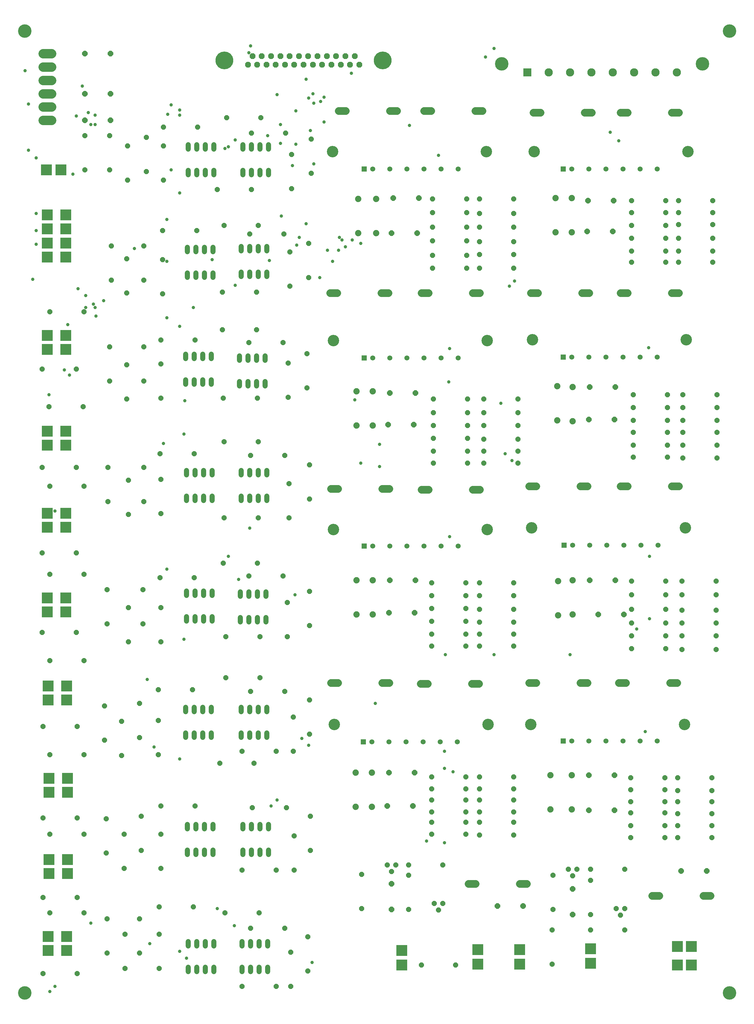
<source format=gbs>
G75*
%MOIN*%
%OFA0B0*%
%FSLAX25Y25*%
%IPPOS*%
%LPD*%
%AMOC8*
5,1,8,0,0,1.08239X$1,22.5*
%
%ADD10C,0.15750*%
%ADD11OC8,0.06400*%
%ADD12OC8,0.06000*%
%ADD13R,0.12611X0.12611*%
%ADD14C,0.06000*%
%ADD15OC8,0.06800*%
%ADD16C,0.20800*%
%ADD17C,0.10839*%
%ADD18R,0.09658X0.09658*%
%ADD19C,0.09658*%
%ADD20C,0.15800*%
%ADD21C,0.09050*%
%ADD22R,0.05950X0.05950*%
%ADD23C,0.05950*%
%ADD24C,0.07400*%
%ADD25C,0.13398*%
%ADD26C,0.03900*%
%ADD27R,0.04762X0.04762*%
D10*
X0030450Y0023450D03*
X0855450Y0023450D03*
X0855450Y1148450D03*
X0030450Y1148450D03*
D11*
X0100950Y1121950D03*
X0130950Y1121950D03*
X0130950Y1074950D03*
X0130950Y1043950D03*
X0100950Y1043950D03*
X0100950Y1074950D03*
X0461950Y0952950D03*
X0491950Y0952950D03*
X0489950Y0911950D03*
X0459950Y0911950D03*
X0457950Y0724950D03*
X0487950Y0724950D03*
X0485950Y0687950D03*
X0455950Y0687950D03*
X0457950Y0505950D03*
X0487950Y0505950D03*
X0486950Y0467950D03*
X0456950Y0467950D03*
X0456950Y0280950D03*
X0486950Y0280950D03*
X0484950Y0241950D03*
X0454950Y0241950D03*
X0459950Y0150950D03*
X0459950Y0120950D03*
X0583950Y0124950D03*
X0613950Y0124950D03*
X0671950Y0114950D03*
X0671950Y0144950D03*
X0690950Y0236950D03*
X0720950Y0236950D03*
X0720950Y0277950D03*
X0690950Y0277950D03*
X0798950Y0165950D03*
X0828950Y0165950D03*
X0731950Y0465950D03*
X0701950Y0465950D03*
X0691950Y0505950D03*
X0721950Y0505950D03*
X0720950Y0693950D03*
X0690950Y0693950D03*
X0691950Y0731950D03*
X0721950Y0731950D03*
X0718950Y0913950D03*
X0688950Y0913950D03*
X0689950Y0949950D03*
X0719950Y0949950D03*
D12*
X0740950Y0949950D03*
X0740950Y0935950D03*
X0740950Y0920950D03*
X0740950Y0905950D03*
X0740950Y0890950D03*
X0740950Y0877950D03*
X0780950Y0877950D03*
X0780950Y0890950D03*
X0780950Y0905950D03*
X0780950Y0920950D03*
X0780950Y0935950D03*
X0780950Y0949950D03*
X0795950Y0949950D03*
X0795950Y0935950D03*
X0795950Y0921950D03*
X0795950Y0905950D03*
X0795950Y0890950D03*
X0795950Y0877950D03*
X0835950Y0877950D03*
X0835950Y0890950D03*
X0835950Y0905950D03*
X0835950Y0921950D03*
X0835950Y0935950D03*
X0835950Y0949950D03*
X0840950Y0722950D03*
X0840950Y0707950D03*
X0840950Y0692950D03*
X0840950Y0678950D03*
X0840950Y0663950D03*
X0840950Y0648950D03*
X0800950Y0648950D03*
X0800950Y0663950D03*
X0800950Y0678950D03*
X0800950Y0692950D03*
X0800950Y0707950D03*
X0800950Y0722950D03*
X0782950Y0722950D03*
X0782950Y0707950D03*
X0782950Y0692950D03*
X0782950Y0678950D03*
X0782950Y0663950D03*
X0782950Y0649950D03*
X0742950Y0649950D03*
X0742950Y0663950D03*
X0742950Y0678950D03*
X0742950Y0692950D03*
X0742950Y0707950D03*
X0742950Y0722950D03*
X0607950Y0717950D03*
X0607950Y0701950D03*
X0607950Y0686950D03*
X0607950Y0670950D03*
X0607950Y0656950D03*
X0607950Y0642950D03*
X0567950Y0642950D03*
X0567950Y0656950D03*
X0567950Y0670950D03*
X0567950Y0686950D03*
X0567950Y0701950D03*
X0567950Y0717950D03*
X0548950Y0717950D03*
X0548950Y0701950D03*
X0548950Y0686950D03*
X0548950Y0671950D03*
X0548950Y0656950D03*
X0548950Y0642950D03*
X0508950Y0642950D03*
X0508950Y0656950D03*
X0508950Y0671950D03*
X0508950Y0686950D03*
X0508950Y0701950D03*
X0508950Y0717950D03*
X0507950Y0870950D03*
X0507950Y0885950D03*
X0507950Y0902950D03*
X0507950Y0918950D03*
X0507950Y0935950D03*
X0507950Y0951950D03*
X0547950Y0951950D03*
X0562950Y0951950D03*
X0562950Y0934950D03*
X0562950Y0918950D03*
X0562950Y0901950D03*
X0562950Y0886950D03*
X0562950Y0870950D03*
X0547950Y0870950D03*
X0547950Y0885950D03*
X0547950Y0902950D03*
X0547950Y0918950D03*
X0547950Y0935950D03*
X0602950Y0934950D03*
X0602950Y0918950D03*
X0602950Y0901950D03*
X0602950Y0886950D03*
X0602950Y0870950D03*
X0602950Y0951950D03*
X0365950Y0981950D03*
X0342950Y0963950D03*
X0342950Y1003950D03*
X0335950Y1028950D03*
X0365950Y1021950D03*
X0306950Y1046950D03*
X0295950Y1028950D03*
X0266950Y1046950D03*
X0232950Y1035950D03*
X0192950Y1035950D03*
X0192950Y1013950D03*
X0172950Y1023950D03*
X0150950Y1013950D03*
X0129950Y1025950D03*
X0100950Y1025950D03*
X0100950Y0985950D03*
X0129950Y0985950D03*
X0150950Y0973950D03*
X0172950Y0983950D03*
X0192950Y0973950D03*
X0191950Y0914950D03*
X0169950Y0896950D03*
X0149950Y0881950D03*
X0131950Y0896950D03*
X0131950Y0856950D03*
X0149950Y0841950D03*
X0169950Y0856950D03*
X0191950Y0840950D03*
X0191950Y0880950D03*
X0231950Y0914950D03*
X0263950Y0920950D03*
X0293950Y0910950D03*
X0303950Y0920950D03*
X0333950Y0910950D03*
X0340950Y0889950D03*
X0362950Y0899950D03*
X0362950Y0859950D03*
X0340950Y0849950D03*
X0301950Y0842950D03*
X0261950Y0842950D03*
X0261950Y0798950D03*
X0292950Y0783950D03*
X0301950Y0798950D03*
X0332950Y0783950D03*
X0338950Y0759950D03*
X0360950Y0770950D03*
X0360950Y0730950D03*
X0338950Y0719950D03*
X0302950Y0718950D03*
X0262950Y0718950D03*
X0263950Y0667950D03*
X0294950Y0651950D03*
X0303950Y0667950D03*
X0334950Y0651950D03*
X0339950Y0618950D03*
X0363950Y0600950D03*
X0339950Y0578950D03*
X0303950Y0578950D03*
X0263950Y0578950D03*
X0262950Y0525950D03*
X0292950Y0510950D03*
X0302950Y0525950D03*
X0332950Y0510950D03*
X0337950Y0479950D03*
X0363950Y0492950D03*
X0363950Y0452950D03*
X0337950Y0439950D03*
X0305950Y0439950D03*
X0305950Y0391950D03*
X0294950Y0375950D03*
X0265950Y0391950D03*
X0226950Y0377950D03*
X0186950Y0377950D03*
X0164950Y0361950D03*
X0143950Y0340950D03*
X0123950Y0358950D03*
X0123950Y0318950D03*
X0143950Y0300950D03*
X0164950Y0321950D03*
X0186950Y0301950D03*
X0186950Y0341950D03*
X0258950Y0291950D03*
X0284950Y0305950D03*
X0298950Y0291950D03*
X0324950Y0305950D03*
X0344950Y0305950D03*
X0363950Y0325950D03*
X0344950Y0345950D03*
X0363950Y0365950D03*
X0334950Y0375950D03*
X0265950Y0439950D03*
X0228950Y0508950D03*
X0188950Y0508950D03*
X0168950Y0494950D03*
X0151950Y0473950D03*
X0168950Y0454950D03*
X0151950Y0433950D03*
X0126950Y0454950D03*
X0126950Y0494950D03*
X0099950Y0512950D03*
X0090950Y0537950D03*
X0059950Y0512950D03*
X0050950Y0537950D03*
X0059950Y0615950D03*
X0050950Y0637950D03*
X0090950Y0637950D03*
X0099950Y0615950D03*
X0127950Y0597950D03*
X0151950Y0582950D03*
X0169950Y0597950D03*
X0189950Y0583950D03*
X0189950Y0623950D03*
X0169950Y0637950D03*
X0151950Y0622950D03*
X0127950Y0637950D03*
X0098950Y0708950D03*
X0129950Y0738950D03*
X0149950Y0757950D03*
X0169950Y0738950D03*
X0189950Y0718950D03*
X0189950Y0758950D03*
X0189950Y0786950D03*
X0169950Y0778950D03*
X0129950Y0778950D03*
X0090950Y0752950D03*
X0058950Y0708950D03*
X0050950Y0752950D03*
X0059950Y0819950D03*
X0099950Y0819950D03*
X0149950Y0717950D03*
X0188950Y0653950D03*
X0228950Y0653950D03*
X0229950Y0786950D03*
X0255950Y0962950D03*
X0295950Y0962950D03*
X0363950Y0640950D03*
X0506950Y0502950D03*
X0506950Y0487950D03*
X0506950Y0472950D03*
X0506950Y0457950D03*
X0506950Y0442950D03*
X0506950Y0428950D03*
X0546950Y0428950D03*
X0546950Y0442950D03*
X0546950Y0457950D03*
X0546950Y0472950D03*
X0546950Y0487950D03*
X0546950Y0502950D03*
X0562950Y0502950D03*
X0562950Y0487950D03*
X0562950Y0471950D03*
X0562950Y0456950D03*
X0562950Y0442950D03*
X0562950Y0428950D03*
X0602950Y0428950D03*
X0602950Y0442950D03*
X0602950Y0456950D03*
X0602950Y0471950D03*
X0602950Y0487950D03*
X0602950Y0502950D03*
X0740950Y0504950D03*
X0740950Y0488950D03*
X0740950Y0471950D03*
X0740950Y0455950D03*
X0740950Y0440950D03*
X0740950Y0425950D03*
X0780950Y0425950D03*
X0780950Y0440950D03*
X0780950Y0455950D03*
X0780950Y0471950D03*
X0780950Y0488950D03*
X0780950Y0504950D03*
X0799950Y0504950D03*
X0799950Y0488950D03*
X0799950Y0470950D03*
X0799950Y0455950D03*
X0799950Y0440950D03*
X0799950Y0424950D03*
X0839950Y0424950D03*
X0839950Y0440950D03*
X0839950Y0455950D03*
X0839950Y0470950D03*
X0839950Y0488950D03*
X0839950Y0504950D03*
X0834950Y0274950D03*
X0834950Y0259950D03*
X0834950Y0246950D03*
X0834950Y0232950D03*
X0834950Y0218950D03*
X0834950Y0204950D03*
X0794950Y0204950D03*
X0794950Y0218950D03*
X0794950Y0232950D03*
X0794950Y0246950D03*
X0794950Y0259950D03*
X0794950Y0274950D03*
X0779950Y0274950D03*
X0779950Y0260950D03*
X0779950Y0246950D03*
X0779950Y0233950D03*
X0779950Y0218950D03*
X0779950Y0204950D03*
X0739950Y0204950D03*
X0739950Y0218950D03*
X0739950Y0233950D03*
X0739950Y0246950D03*
X0739950Y0260950D03*
X0739950Y0274950D03*
X0732950Y0167950D03*
X0732950Y0121950D03*
X0727950Y0114450D03*
X0722950Y0121950D03*
X0732950Y0096950D03*
X0692950Y0096950D03*
X0692950Y0114950D03*
X0692950Y0154950D03*
X0692950Y0167950D03*
X0676950Y0167950D03*
X0671950Y0160450D03*
X0666950Y0167950D03*
X0648950Y0160950D03*
X0648950Y0120950D03*
X0647950Y0096950D03*
X0647950Y0056950D03*
X0534950Y0055950D03*
X0494950Y0055950D03*
X0479950Y0120950D03*
X0509950Y0127950D03*
X0514950Y0120450D03*
X0519950Y0127950D03*
X0519950Y0172950D03*
X0506950Y0208950D03*
X0506950Y0222950D03*
X0506950Y0234950D03*
X0506950Y0248950D03*
X0506950Y0261950D03*
X0506950Y0275950D03*
X0546950Y0275950D03*
X0546950Y0261950D03*
X0546950Y0248950D03*
X0546950Y0234950D03*
X0546950Y0222950D03*
X0546950Y0208950D03*
X0562950Y0207950D03*
X0562950Y0222950D03*
X0562950Y0234950D03*
X0562950Y0248950D03*
X0562950Y0261950D03*
X0562950Y0275950D03*
X0602950Y0275950D03*
X0602950Y0261950D03*
X0602950Y0248950D03*
X0602950Y0234950D03*
X0602950Y0222950D03*
X0602950Y0207950D03*
X0479950Y0172950D03*
X0479950Y0160950D03*
X0464950Y0172950D03*
X0459950Y0165450D03*
X0454950Y0172950D03*
X0424950Y0161950D03*
X0424950Y0121950D03*
X0361950Y0088950D03*
X0341950Y0070950D03*
X0361950Y0048950D03*
X0341950Y0030950D03*
X0324950Y0030950D03*
X0284950Y0030950D03*
X0294950Y0098950D03*
X0304950Y0116950D03*
X0334950Y0098950D03*
X0324950Y0166950D03*
X0345950Y0166950D03*
X0364950Y0189950D03*
X0345950Y0206950D03*
X0364950Y0229950D03*
X0336950Y0239950D03*
X0296950Y0239950D03*
X0284950Y0166950D03*
X0264950Y0116950D03*
X0227950Y0123950D03*
X0187950Y0123950D03*
X0164950Y0109950D03*
X0147950Y0091950D03*
X0126950Y0109950D03*
X0099950Y0116950D03*
X0091950Y0134950D03*
X0059950Y0116950D03*
X0051950Y0134950D03*
X0059950Y0208950D03*
X0051950Y0227950D03*
X0091950Y0227950D03*
X0099950Y0208950D03*
X0125950Y0226950D03*
X0146950Y0208950D03*
X0125950Y0186950D03*
X0146950Y0168950D03*
X0166950Y0189950D03*
X0189950Y0208950D03*
X0166950Y0229950D03*
X0189950Y0241950D03*
X0229950Y0241950D03*
X0189950Y0168950D03*
X0187950Y0091950D03*
X0164950Y0069950D03*
X0147950Y0051950D03*
X0126950Y0069950D03*
X0091950Y0045950D03*
X0051950Y0045950D03*
X0187950Y0051950D03*
X0099950Y0301950D03*
X0091950Y0334950D03*
X0059950Y0301950D03*
X0051950Y0334950D03*
X0059950Y0411950D03*
X0050950Y0444950D03*
X0090950Y0444950D03*
X0099950Y0411950D03*
X0189950Y0433950D03*
X0189950Y0473950D03*
D13*
X0078650Y0468950D03*
X0078650Y0485450D03*
X0056950Y0485450D03*
X0056950Y0468950D03*
X0057950Y0382450D03*
X0057950Y0365950D03*
X0079650Y0365950D03*
X0079650Y0382450D03*
X0080650Y0274450D03*
X0080650Y0257950D03*
X0058950Y0257950D03*
X0058950Y0274450D03*
X0058950Y0179450D03*
X0058950Y0162950D03*
X0080650Y0162950D03*
X0080650Y0179450D03*
X0079650Y0089450D03*
X0079650Y0072950D03*
X0057950Y0072950D03*
X0057950Y0089450D03*
X0056950Y0567950D03*
X0056950Y0584450D03*
X0078650Y0584450D03*
X0078650Y0567950D03*
X0078650Y0663950D03*
X0078650Y0680450D03*
X0056950Y0680450D03*
X0056950Y0663950D03*
X0056950Y0775950D03*
X0056950Y0792450D03*
X0078650Y0792450D03*
X0078650Y0775950D03*
X0078650Y0883950D03*
X0078650Y0900450D03*
X0078650Y0916950D03*
X0078650Y0933450D03*
X0056950Y0933450D03*
X0056950Y0916950D03*
X0056950Y0900450D03*
X0056950Y0883950D03*
X0055950Y0985950D03*
X0072950Y0985950D03*
X0471950Y0072950D03*
X0471950Y0055950D03*
X0560950Y0056950D03*
X0560950Y0073950D03*
X0609950Y0073950D03*
X0609950Y0056950D03*
X0692950Y0057950D03*
X0692950Y0074950D03*
X0794450Y0077650D03*
X0810950Y0077650D03*
X0810950Y0055950D03*
X0794450Y0055950D03*
D14*
X0314950Y0053550D02*
X0314950Y0048350D01*
X0304950Y0048350D02*
X0304950Y0053550D01*
X0294950Y0053550D02*
X0294950Y0048350D01*
X0284950Y0048350D02*
X0284950Y0053550D01*
X0284950Y0078350D02*
X0284950Y0083550D01*
X0294950Y0083550D02*
X0294950Y0078350D01*
X0304950Y0078350D02*
X0304950Y0083550D01*
X0314950Y0083550D02*
X0314950Y0078350D01*
X0251950Y0078350D02*
X0251950Y0083550D01*
X0241950Y0083550D02*
X0241950Y0078350D01*
X0231950Y0078350D02*
X0231950Y0083550D01*
X0221950Y0083550D02*
X0221950Y0078350D01*
X0221950Y0053550D02*
X0221950Y0048350D01*
X0231950Y0048350D02*
X0231950Y0053550D01*
X0241950Y0053550D02*
X0241950Y0048350D01*
X0251950Y0048350D02*
X0251950Y0053550D01*
X0250950Y0185350D02*
X0250950Y0190550D01*
X0240950Y0190550D02*
X0240950Y0185350D01*
X0230950Y0185350D02*
X0230950Y0190550D01*
X0220950Y0190550D02*
X0220950Y0185350D01*
X0220950Y0215350D02*
X0220950Y0220550D01*
X0230950Y0220550D02*
X0230950Y0215350D01*
X0240950Y0215350D02*
X0240950Y0220550D01*
X0250950Y0220550D02*
X0250950Y0215350D01*
X0285950Y0215350D02*
X0285950Y0220550D01*
X0295950Y0220550D02*
X0295950Y0215350D01*
X0305950Y0215350D02*
X0305950Y0220550D01*
X0315950Y0220550D02*
X0315950Y0215350D01*
X0315950Y0190550D02*
X0315950Y0185350D01*
X0305950Y0185350D02*
X0305950Y0190550D01*
X0295950Y0190550D02*
X0295950Y0185350D01*
X0285950Y0185350D02*
X0285950Y0190550D01*
X0283950Y0322350D02*
X0283950Y0327550D01*
X0293950Y0327550D02*
X0293950Y0322350D01*
X0303950Y0322350D02*
X0303950Y0327550D01*
X0313950Y0327550D02*
X0313950Y0322350D01*
X0313950Y0352350D02*
X0313950Y0357550D01*
X0303950Y0357550D02*
X0303950Y0352350D01*
X0293950Y0352350D02*
X0293950Y0357550D01*
X0283950Y0357550D02*
X0283950Y0352350D01*
X0248950Y0352350D02*
X0248950Y0357550D01*
X0238950Y0357550D02*
X0238950Y0352350D01*
X0228950Y0352350D02*
X0228950Y0357550D01*
X0218950Y0357550D02*
X0218950Y0352350D01*
X0218950Y0327550D02*
X0218950Y0322350D01*
X0228950Y0322350D02*
X0228950Y0327550D01*
X0238950Y0327550D02*
X0238950Y0322350D01*
X0248950Y0322350D02*
X0248950Y0327550D01*
X0249950Y0458350D02*
X0249950Y0463550D01*
X0239950Y0463550D02*
X0239950Y0458350D01*
X0229950Y0458350D02*
X0229950Y0463550D01*
X0219950Y0463550D02*
X0219950Y0458350D01*
X0219950Y0488350D02*
X0219950Y0493550D01*
X0229950Y0493550D02*
X0229950Y0488350D01*
X0239950Y0488350D02*
X0239950Y0493550D01*
X0249950Y0493550D02*
X0249950Y0488350D01*
X0282950Y0487350D02*
X0282950Y0492550D01*
X0292950Y0492550D02*
X0292950Y0487350D01*
X0302950Y0487350D02*
X0302950Y0492550D01*
X0312950Y0492550D02*
X0312950Y0487350D01*
X0312950Y0462550D02*
X0312950Y0457350D01*
X0302950Y0457350D02*
X0302950Y0462550D01*
X0292950Y0462550D02*
X0292950Y0457350D01*
X0282950Y0457350D02*
X0282950Y0462550D01*
X0283950Y0599350D02*
X0283950Y0604550D01*
X0293950Y0604550D02*
X0293950Y0599350D01*
X0303950Y0599350D02*
X0303950Y0604550D01*
X0313950Y0604550D02*
X0313950Y0599350D01*
X0313950Y0629350D02*
X0313950Y0634550D01*
X0303950Y0634550D02*
X0303950Y0629350D01*
X0293950Y0629350D02*
X0293950Y0634550D01*
X0283950Y0634550D02*
X0283950Y0629350D01*
X0249950Y0629350D02*
X0249950Y0634550D01*
X0239950Y0634550D02*
X0239950Y0629350D01*
X0229950Y0629350D02*
X0229950Y0634550D01*
X0219950Y0634550D02*
X0219950Y0629350D01*
X0219950Y0604550D02*
X0219950Y0599350D01*
X0229950Y0599350D02*
X0229950Y0604550D01*
X0239950Y0604550D02*
X0239950Y0599350D01*
X0249950Y0599350D02*
X0249950Y0604550D01*
X0281950Y0733350D02*
X0281950Y0738550D01*
X0291950Y0738550D02*
X0291950Y0733350D01*
X0301950Y0733350D02*
X0301950Y0738550D01*
X0311950Y0738550D02*
X0311950Y0733350D01*
X0311950Y0763350D02*
X0311950Y0768550D01*
X0301950Y0768550D02*
X0301950Y0763350D01*
X0291950Y0763350D02*
X0291950Y0768550D01*
X0281950Y0768550D02*
X0281950Y0763350D01*
X0248950Y0765350D02*
X0248950Y0770550D01*
X0238950Y0770550D02*
X0238950Y0765350D01*
X0228950Y0765350D02*
X0228950Y0770550D01*
X0218950Y0770550D02*
X0218950Y0765350D01*
X0218950Y0740550D02*
X0218950Y0735350D01*
X0228950Y0735350D02*
X0228950Y0740550D01*
X0238950Y0740550D02*
X0238950Y0735350D01*
X0248950Y0735350D02*
X0248950Y0740550D01*
X0250950Y0860350D02*
X0250950Y0865550D01*
X0240950Y0865550D02*
X0240950Y0860350D01*
X0230950Y0860350D02*
X0230950Y0865550D01*
X0220950Y0865550D02*
X0220950Y0860350D01*
X0220950Y0890350D02*
X0220950Y0895550D01*
X0230950Y0895550D02*
X0230950Y0890350D01*
X0240950Y0890350D02*
X0240950Y0895550D01*
X0250950Y0895550D02*
X0250950Y0890350D01*
X0283950Y0891350D02*
X0283950Y0896550D01*
X0293950Y0896550D02*
X0293950Y0891350D01*
X0303950Y0891350D02*
X0303950Y0896550D01*
X0313950Y0896550D02*
X0313950Y0891350D01*
X0313950Y0866550D02*
X0313950Y0861350D01*
X0303950Y0861350D02*
X0303950Y0866550D01*
X0293950Y0866550D02*
X0293950Y0861350D01*
X0283950Y0861350D02*
X0283950Y0866550D01*
X0285950Y0980350D02*
X0285950Y0985550D01*
X0295950Y0985550D02*
X0295950Y0980350D01*
X0305950Y0980350D02*
X0305950Y0985550D01*
X0315950Y0985550D02*
X0315950Y0980350D01*
X0315950Y1010350D02*
X0315950Y1015550D01*
X0305950Y1015550D02*
X0305950Y1010350D01*
X0295950Y1010350D02*
X0295950Y1015550D01*
X0285950Y1015550D02*
X0285950Y1010350D01*
X0251950Y1010350D02*
X0251950Y1015550D01*
X0241950Y1015550D02*
X0241950Y1010350D01*
X0231950Y1010350D02*
X0231950Y1015550D01*
X0221950Y1015550D02*
X0221950Y1010350D01*
X0221950Y0985550D02*
X0221950Y0980350D01*
X0231950Y0980350D02*
X0231950Y0985550D01*
X0241950Y0985550D02*
X0241950Y0980350D01*
X0251950Y0980350D02*
X0251950Y0985550D01*
D15*
X0291750Y1108950D03*
X0302650Y1108950D03*
X0313450Y1108950D03*
X0308050Y1118950D03*
X0297150Y1118950D03*
X0318950Y1118950D03*
X0329750Y1118950D03*
X0324350Y1108950D03*
X0335250Y1108950D03*
X0346050Y1108950D03*
X0356950Y1108950D03*
X0351550Y1118950D03*
X0362350Y1118950D03*
X0373250Y1118950D03*
X0367850Y1108950D03*
X0378650Y1108950D03*
X0389550Y1108950D03*
X0400450Y1108950D03*
X0405850Y1118950D03*
X0394950Y1118950D03*
X0384150Y1118950D03*
X0411250Y1108950D03*
X0422150Y1108950D03*
X0416750Y1118950D03*
X0340650Y1118950D03*
D16*
X0264350Y1113950D03*
X0449550Y1113950D03*
D17*
X0061970Y1106336D02*
X0051930Y1106336D01*
X0051930Y1121926D02*
X0061970Y1121926D01*
X0061970Y1090745D02*
X0051930Y1090745D01*
X0051930Y1075155D02*
X0061970Y1075155D01*
X0061970Y1059564D02*
X0051930Y1059564D01*
X0051930Y1043974D02*
X0061970Y1043974D01*
D18*
X0618950Y1099950D03*
D19*
X0643950Y1099950D03*
X0668950Y1099950D03*
X0693950Y1099950D03*
X0718950Y1099950D03*
X0743950Y1099950D03*
X0768950Y1099950D03*
X0793950Y1099950D03*
D20*
X0823950Y1109950D03*
X0588950Y1109950D03*
D21*
X0566075Y1054950D02*
X0557825Y1054950D01*
X0506075Y1054950D02*
X0497825Y1054950D01*
X0466075Y1054950D02*
X0457825Y1054950D01*
X0406075Y1054950D02*
X0397825Y1054950D01*
X0396075Y0841950D02*
X0387825Y0841950D01*
X0447825Y0841950D02*
X0456075Y0841950D01*
X0494825Y0841950D02*
X0503075Y0841950D01*
X0554825Y0841950D02*
X0563075Y0841950D01*
X0622825Y0841950D02*
X0631075Y0841950D01*
X0682825Y0841950D02*
X0691075Y0841950D01*
X0727825Y0841950D02*
X0736075Y0841950D01*
X0787825Y0841950D02*
X0796075Y0841950D01*
X0796075Y1052950D02*
X0787825Y1052950D01*
X0736075Y1052950D02*
X0727825Y1052950D01*
X0694075Y1052950D02*
X0685825Y1052950D01*
X0634075Y1052950D02*
X0625825Y1052950D01*
X0629075Y0615950D02*
X0620825Y0615950D01*
X0563075Y0611950D02*
X0554825Y0611950D01*
X0503075Y0611950D02*
X0494825Y0611950D01*
X0457075Y0612950D02*
X0448825Y0612950D01*
X0397075Y0612950D02*
X0388825Y0612950D01*
X0388825Y0385950D02*
X0397075Y0385950D01*
X0448825Y0385950D02*
X0457075Y0385950D01*
X0493825Y0384950D02*
X0502075Y0384950D01*
X0553825Y0384950D02*
X0562075Y0384950D01*
X0620825Y0385950D02*
X0629075Y0385950D01*
X0680825Y0385950D02*
X0689075Y0385950D01*
X0725825Y0385950D02*
X0734075Y0385950D01*
X0785825Y0385950D02*
X0794075Y0385950D01*
X0796075Y0615950D02*
X0787825Y0615950D01*
X0736075Y0615950D02*
X0727825Y0615950D01*
X0689075Y0615950D02*
X0680825Y0615950D01*
X0618075Y0150950D02*
X0609825Y0150950D01*
X0558075Y0150950D02*
X0549825Y0150950D01*
X0764825Y0136950D02*
X0773075Y0136950D01*
X0824825Y0136950D02*
X0833075Y0136950D01*
D22*
X0660950Y0317950D03*
X0661950Y0546950D03*
X0660950Y0766950D03*
X0660950Y0986950D03*
X0427950Y0986950D03*
X0427950Y0765950D03*
X0427950Y0545950D03*
X0426950Y0316950D03*
D23*
X0436950Y0316950D03*
X0456950Y0316950D03*
X0476950Y0316950D03*
X0496950Y0316950D03*
X0516950Y0316950D03*
X0536950Y0316950D03*
X0670950Y0317950D03*
X0690950Y0317950D03*
X0710950Y0317950D03*
X0730950Y0317950D03*
X0750950Y0317950D03*
X0770950Y0317950D03*
X0771950Y0546950D03*
X0751950Y0546950D03*
X0731950Y0546950D03*
X0711950Y0546950D03*
X0691950Y0546950D03*
X0671950Y0546950D03*
X0537950Y0545950D03*
X0517950Y0545950D03*
X0497950Y0545950D03*
X0477950Y0545950D03*
X0457950Y0545950D03*
X0437950Y0545950D03*
X0437950Y0765950D03*
X0457950Y0765950D03*
X0477950Y0765950D03*
X0497950Y0765950D03*
X0517950Y0765950D03*
X0537950Y0765950D03*
X0670950Y0766950D03*
X0690950Y0766950D03*
X0710950Y0766950D03*
X0730950Y0766950D03*
X0750950Y0766950D03*
X0770950Y0766950D03*
X0770950Y0986950D03*
X0750950Y0986950D03*
X0730950Y0986950D03*
X0710950Y0986950D03*
X0690950Y0986950D03*
X0670950Y0986950D03*
X0537950Y0986950D03*
X0517950Y0986950D03*
X0497950Y0986950D03*
X0477950Y0986950D03*
X0457950Y0986950D03*
X0437950Y0986950D03*
D24*
X0441950Y0951950D03*
X0420950Y0951950D03*
X0420950Y0911950D03*
X0441950Y0911950D03*
X0437950Y0726950D03*
X0418950Y0726950D03*
X0418950Y0686950D03*
X0437950Y0686950D03*
X0437950Y0505950D03*
X0418950Y0505950D03*
X0418950Y0465950D03*
X0437950Y0465950D03*
X0436950Y0280950D03*
X0417950Y0280950D03*
X0417950Y0240950D03*
X0436950Y0240950D03*
X0645950Y0237950D03*
X0670950Y0237950D03*
X0670950Y0277950D03*
X0645950Y0277950D03*
X0654950Y0464950D03*
X0671950Y0465950D03*
X0671950Y0505950D03*
X0654950Y0504950D03*
X0671950Y0691950D03*
X0653950Y0692950D03*
X0653950Y0732950D03*
X0671950Y0731950D03*
X0670950Y0912950D03*
X0651950Y0912950D03*
X0651950Y0952950D03*
X0670950Y0952950D03*
D25*
X0626950Y1007450D03*
X0570950Y1007450D03*
X0571950Y0786450D03*
X0624950Y0787450D03*
X0623950Y0567450D03*
X0571950Y0565450D03*
X0572950Y0337450D03*
X0622950Y0337450D03*
X0802950Y0337450D03*
X0803950Y0567450D03*
X0804950Y0787450D03*
X0806950Y1007450D03*
X0390950Y1007450D03*
X0391950Y0786450D03*
X0391950Y0565450D03*
X0392950Y0337450D03*
D26*
X0362950Y0312950D03*
X0354950Y0320950D03*
X0325950Y0248950D03*
X0318950Y0241950D03*
X0255950Y0121950D03*
X0275950Y0101950D03*
X0219950Y0063950D03*
X0211950Y0071950D03*
X0176950Y0080950D03*
X0107950Y0104950D03*
X0065950Y0030950D03*
X0059950Y0024950D03*
X0211950Y0296950D03*
X0181950Y0310950D03*
X0173950Y0389950D03*
X0216950Y0436950D03*
X0196950Y0518950D03*
X0268950Y0533950D03*
X0280950Y0506950D03*
X0293950Y0566950D03*
X0346950Y0488950D03*
X0440950Y0361950D03*
X0521950Y0305950D03*
X0521950Y0285950D03*
X0531950Y0281950D03*
X0521950Y0198950D03*
X0500950Y0200950D03*
X0366950Y0058950D03*
X0522950Y0418950D03*
X0579950Y0418950D03*
X0668950Y0418950D03*
X0746950Y0448950D03*
X0761950Y0460950D03*
X0761950Y0533950D03*
X0756950Y0328950D03*
X0527950Y0556950D03*
X0600950Y0645950D03*
X0592950Y0653950D03*
X0587950Y0712950D03*
X0526950Y0737950D03*
X0527950Y0776950D03*
X0597950Y0849950D03*
X0603950Y0855950D03*
X0514950Y1002950D03*
X0480950Y1037950D03*
X0412950Y1098950D03*
X0380950Y1070950D03*
X0376950Y1065950D03*
X0368950Y1063950D03*
X0362950Y1069950D03*
X0367950Y1074950D03*
X0359950Y1091950D03*
X0325950Y1073950D03*
X0347950Y1054950D03*
X0329950Y1038950D03*
X0314950Y1025950D03*
X0329950Y1016950D03*
X0347950Y1015950D03*
X0364950Y1031950D03*
X0380950Y1041950D03*
X0368950Y0992950D03*
X0343950Y0990950D03*
X0330950Y0931950D03*
X0351950Y0906950D03*
X0348950Y0897950D03*
X0359950Y0922950D03*
X0384950Y0891950D03*
X0397950Y0891950D03*
X0405950Y0895950D03*
X0401950Y0903950D03*
X0398950Y0906950D03*
X0413950Y0903950D03*
X0423950Y0899950D03*
X0390950Y0878950D03*
X0375950Y0859950D03*
X0316950Y0879950D03*
X0276950Y0850950D03*
X0249950Y0880950D03*
X0227950Y0824950D03*
X0211950Y0802950D03*
X0196950Y0812950D03*
X0196950Y0878950D03*
X0158950Y0893950D03*
X0196950Y0927950D03*
X0211950Y0958950D03*
X0201950Y0985950D03*
X0211950Y1049950D03*
X0211950Y1055950D03*
X0201950Y1061950D03*
X0197950Y1050950D03*
X0264950Y1010950D03*
X0268950Y1012950D03*
X0276950Y1020950D03*
X0292950Y1122950D03*
X0294950Y1130950D03*
X0112950Y1049950D03*
X0104950Y1052950D03*
X0107950Y1038950D03*
X0112950Y1038950D03*
X0090950Y1048950D03*
X0097950Y1083950D03*
X0034950Y1062950D03*
X0030950Y1101950D03*
X0034950Y1008950D03*
X0043950Y0999950D03*
X0086950Y0980950D03*
X0043950Y0934950D03*
X0043950Y0914950D03*
X0043950Y0898950D03*
X0039950Y0857950D03*
X0080950Y0804950D03*
X0101950Y0824950D03*
X0110950Y0828950D03*
X0112950Y0824950D03*
X0113950Y0814950D03*
X0122950Y0832950D03*
X0101950Y0838950D03*
X0092950Y0846950D03*
X0076950Y0751950D03*
X0082950Y0745950D03*
X0058950Y0722950D03*
X0065950Y0586950D03*
X0192950Y0665950D03*
X0216950Y0676950D03*
X0217950Y0715950D03*
X0416950Y0716950D03*
X0445950Y0664950D03*
X0445950Y0638950D03*
X0423950Y0642950D03*
X0715950Y1029950D03*
X0725950Y1019950D03*
X0579950Y1127950D03*
X0569950Y1117950D03*
X0760950Y0777950D03*
D27*
X0100926Y1121926D03*
M02*

</source>
